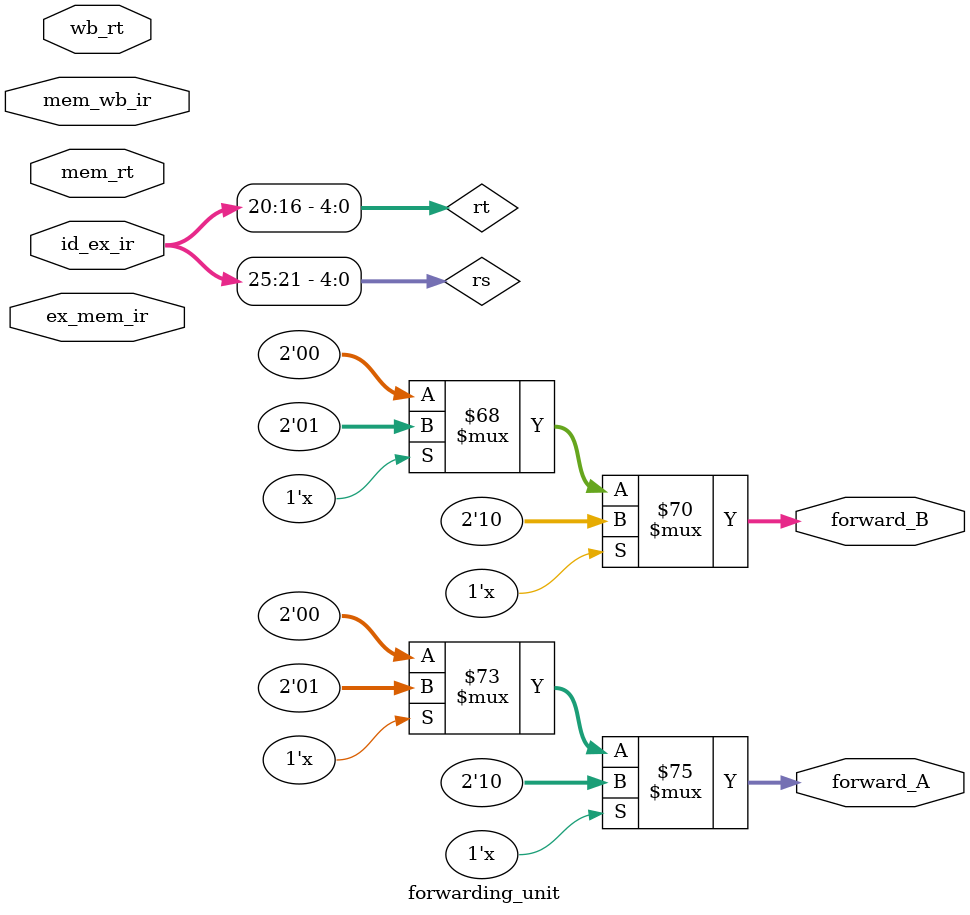
<source format=v>
`timescale 1ns / 1ps

`define ALU 6'b000000
`define SW 6'b101011
`define LW 6'b100011

module forwarding_unit(
    input [31:0] id_ex_ir,
    input [31:0] ex_mem_ir,
    input [31:0] mem_wb_ir,
    input [31:0] mem_rt,
    input [31:0] wb_rt,
    output reg [1:0] forward_A,
    output reg [1:0] forward_B
    );
    
    reg mem_reg_write, wb_reg_write;
    reg [4:0] rs, rt, mem_rd, wb_rd;

    always @(*) begin
        forward_A <= 2'b00;
        forward_B <= 2'b00;
        // ¶ÔÓÚÅÔÂ·¼¼ÊõµÄÑ¡ÔñÅÐ¶Ï£¬¶ÔÓÚmovez£¬µ±rt = 0Ê±£¬²»½øÐÐÅÔÂ·¼¼Êõ£¬ÐèÒªÌØÊâÌÖÂÛ
        mem_reg_write <= (ex_mem_ir[31:26] == `LW) ||
                         ((ex_mem_ir[31:26] == `ALU) && 
                            ((ex_mem_ir[10:0] == 11'b00000_001010 && mem_rt != 32'h0) || (ex_mem_ir[10:0] != 11'b00000_001010)));
        wb_reg_write <= (mem_wb_ir[31:26] == `LW) ||
                        ((mem_wb_ir[31:26] == `ALU) && ((mem_wb_ir[10:0] == 11'b00000_001010 && wb_rt != 32'h0) || (mem_wb_ir[10:0] != 11'b00000_001010)));

        // Èç¹û²»ÊÇALUÖ¸Áî»òÔÚ´Ë¹ý³ÌÖÐ²»´æÔÚÊý¾Ý³åÍ»£¬ÔòÅÔÂ·Ñ¡ÔñÐÅºÅÎª0
        if ((id_ex_ir[31:26] != `ALU) || (mem_reg_write == 1'b0) || (wb_reg_write == 1'b0)) begin
            forward_A <= 2'b00;
            forward_B <= 2'b00;
        end

        // ·ÖÎöÖ¸Áî
        rs <= id_ex_ir[25:21];
        rt <= id_ex_ir[20:16];

        // ÅÐ¶Ïmem¶ÎÒªÐ´µÄ¼Ä´æÆ÷£¬²¢ÇÒ½«ËüÌáÈ¡³öÀ´
        if (ex_mem_ir[31:26] == `ALU) begin
            mem_rd <= ex_mem_ir[15:11];
        end else if (ex_mem_ir[31:26] == `LW) begin
            mem_rd <= ex_mem_ir[20:16];
        end
        
        // ÅÐ¶Ïwb¶ÎÒªÐ´µÄ¼Ä´æÆ÷£¬²¢ÇÒ½«ËüÌáÈ¡³öÀ´
        if (mem_wb_ir[31:26] == `ALU) begin
            wb_rd <= mem_wb_ir[15:11];
        end else if (mem_wb_ir[31:26] == `LW) begin
            wb_rd <= mem_wb_ir[20:16];
        end
        
        // ÅÐ¶ÏÓëmem¶ÎÊÇ·ñÓÐ³åÍ»
        if (mem_reg_write && (mem_rd != 5'h0) && (mem_rd == rs)) begin
            forward_A <= 2'b01;
        end
        if (mem_reg_write && (mem_rd != 5'h0) && (mem_rd == rt)) begin
            forward_B <= 2'b01;
        end

        // ÅÐ¶ÏÓëwb¶ÎÊÇ·ñÓÐ³åÍ»
        if (wb_reg_write && (wb_rd != 5'h0) && (wb_rd == rs) && !(mem_reg_write && (mem_rd != 5'h0) && (mem_rd == rs))) begin
            forward_A <= 2'b10;
        end
        if (wb_reg_write && (wb_rd != 5'h0) && (wb_rd == rt) && !(mem_reg_write && (mem_rd != 5'h0) && (mem_rd == rt))) begin
            forward_B <= 2'b10;
        end

    end


endmodule

</source>
